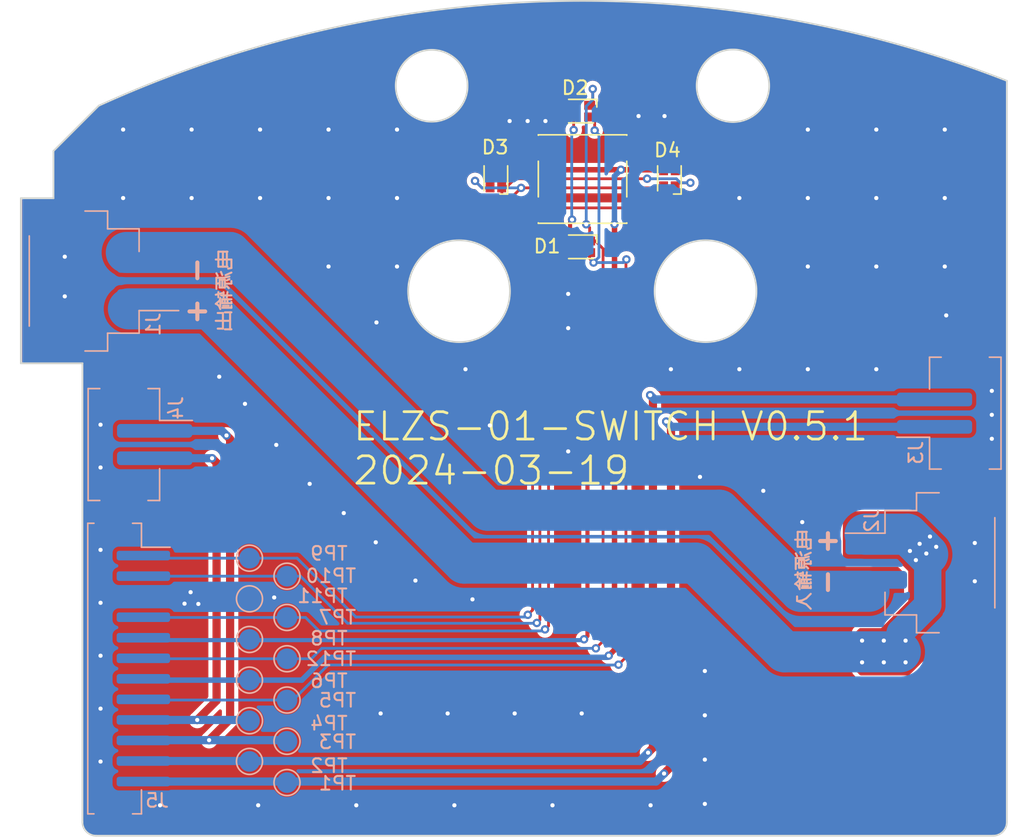
<source format=kicad_pcb>
(kicad_pcb (version 20240108) (generator "pcbnew") (generator_version "8.0")
  (title_block (title "ELZS-01-Switch") (date "2024-03-19") (rev "V0.5.1") (company "Ovobot") (comment 1 "ELZS-01 Switch副板，V0.3，72x61x1.6mm ，FR4，2层，绿油白字，无铅喷锡"))
  (layers (0 "F.Cu" signal) (31 "B.Cu" signal) (34 "B.Paste" user) (35 "F.Paste" user) (36 "B.SilkS" user "B.Silkscreen") (37 "F.SilkS" user "F.Silkscreen") (38 "B.Mask" user) (39 "F.Mask" user) (44 "Edge.Cuts" user))
  (net 0 "")
  (net 1 "+3V3")
  (net 2 "/SPRAY_BACK_P")
  (net 3 "GND")
  (net 4 "/START")
  (net 5 "/SPRAY_BACK_N")
  (net 6 "/SPRAY_FRONT_P")
  (net 7 "/SPRAY_FRONT_N")
  (net 8 "/LED_RED")
  (net 9 "VPP")
  (net 10 "/LED_BLUE")
  (net 11 "Net-(J1-Pin_1)")
  (net 12 "Net-(J1-Pin_2)")
  (net 13 "/CHG_ON_LED")
  (net 14 "/CHG_DONE_LED")
  (footprint "Ovo_LED_SMD:LED_Dual_1.6x1.5mm" (layer "F.Cu") (at 155.942 61.153)
    (property "Reference" "D2" (at -0.435 -1.706 0) (layer "F.SilkS"))
    (property "Value" "LED_Dual_Red_Blue_AKAK")
    (fp_line (start -0.91 -0.86) (end 1.15 -0.86) (stroke (width 0.12)) (layer "F.SilkS"))
    (fp_line (start -0.91 0.86) (end 0.91 0.86) (stroke (width 0.12)) (layer "F.SilkS"))
    (fp_line (start 1.15 -0.86) (end 1.15 -0.3) (stroke (width 0.12)) (layer "F.SilkS"))
    (pad "1" smd rect (at -0.625 0.425) (size 0.8 0.65) (layers "F.Cu" "F.Paste" "F.Mask") (net 1 "+3V3"))
    (pad "2" smd rect (at 0.625 0.425) (size 0.8 0.65) (layers "F.Cu" "F.Paste" "F.Mask") (net 8 "/LED_RED"))
    (pad "3" smd rect (at -0.625 -0.425) (size 0.8 0.65) (layers "F.Cu" "F.Paste" "F.Mask") (net 1 "+3V3"))
    (pad "4" smd rect (at 0.625 -0.425) (size 0.8 0.65) (layers "F.Cu" "F.Paste" "F.Mask") (net 10 "/LED_BLUE"))
  )
  (footprint "Ovo_LED_SMD:LED_Dual_1.6x1.5mm" (layer "F.Cu") (at 162.391 66.058 -90)
    (property "Reference" "D4" (at -2.056 0.144 0) (layer "F.SilkS"))
    (property "Value" "LED_Dual_Orange_Green_AKAK")
    (fp_line (start -0.91 0.86) (end 0.91 0.86) (stroke (width 0.12)) (layer "F.SilkS"))
    (fp_line (start -0.91 -0.86) (end 1.15 -0.86) (stroke (width 0.12)) (layer "F.SilkS"))
    (fp_line (start 1.15 -0.86) (end 1.15 -0.3) (stroke (width 0.12)) (layer "F.SilkS"))
    (pad "1" smd rect (at -0.625 0.425 270) (size 0.8 0.65) (layers "F.Cu" "F.Paste" "F.Mask") (net 9 "VPP"))
    (pad "2" smd rect (at 0.625 0.425 270) (size 0.8 0.65) (layers "F.Cu" "F.Paste" "F.Mask") (net 13 "/CHG_ON_LED"))
    (pad "3" smd rect (at -0.625 -0.425 270) (size 0.8 0.65) (layers "F.Cu" "F.Paste" "F.Mask") (net 9 "VPP"))
    (pad "4" smd rect (at 0.625 -0.425 270) (size 0.8 0.65) (layers "F.Cu" "F.Paste" "F.Mask") (net 14 "/CHG_DONE_LED"))
  )
  (footprint "Ovo_LED_SMD:LED_Dual_1.6x1.5mm" (layer "F.Cu") (at 149.719 66.058 -90)
    (property "Reference" "D3" (at -2.267 0.056 0) (layer "F.SilkS"))
    (property "Value" "LED_Dual_Orange_Green_AKAK")
    (fp_line (start -0.91 0.86) (end 0.91 0.86) (stroke (width 0.12)) (layer "F.SilkS"))
    (fp_line (start -0.91 -0.86) (end 1.15 -0.86) (stroke (width 0.12)) (layer "F.SilkS"))
    (fp_line (start 1.15 -0.86) (end 1.15 -0.3) (stroke (width 0.12)) (layer "F.SilkS"))
    (pad "1" smd rect (at -0.625 0.425 270) (size 0.8 0.65) (layers "F.Cu" "F.Paste" "F.Mask") (net 9 "VPP"))
    (pad "2" smd rect (at 0.625 0.425 270) (size 0.8 0.65) (layers "F.Cu" "F.Paste" "F.Mask") (net 13 "/CHG_ON_LED"))
    (pad "3" smd rect (at -0.625 -0.425 270) (size 0.8 0.65) (layers "F.Cu" "F.Paste" "F.Mask") (net 9 "VPP"))
    (pad "4" smd rect (at 0.625 -0.425 270) (size 0.8 0.65) (layers "F.Cu" "F.Paste" "F.Mask") (net 14 "/CHG_DONE_LED"))
  )
  (footprint "Ovo_LED_SMD:LED_Dual_1.6x1.5mm" (layer "F.Cu") (at 155.942 71.061)
    (property "Reference" "D1" (at -2.485 -0.042 0) (layer "F.SilkS"))
    (property "Value" "LED_Dual_Red_Blue_AKAK")
    (fp_line (start -0.91 -0.86) (end 1.15 -0.86) (stroke (width 0.12)) (layer "F.SilkS"))
    (fp_line (start -0.91 0.86) (end 0.91 0.86) (stroke (width 0.12)) (layer "F.SilkS"))
    (fp_line (start 1.15 -0.86) (end 1.15 -0.3) (stroke (width 0.12)) (layer "F.SilkS"))
    (pad "1" smd rect (at -0.625 0.425) (size 0.8 0.65) (layers "F.Cu" "F.Paste" "F.Mask") (net 1 "+3V3"))
    (pad "2" smd rect (at 0.625 0.425) (size 0.8 0.65) (layers "F.Cu" "F.Paste" "F.Mask") (net 8 "/LED_RED"))
    (pad "3" smd rect (at -0.625 -0.425) (size 0.8 0.65) (layers "F.Cu" "F.Paste" "F.Mask") (net 1 "+3V3"))
    (pad "4" smd rect (at 0.625 -0.425) (size 0.8 0.65) (layers "F.Cu" "F.Paste" "F.Mask") (net 10 "/LED_BLUE"))
  )
  (footprint "Ovo_Button_Switch_SMD:SW_Push_1P1T_NO_6x6mm_H5.0mm" (layer "F.Cu") (at 156.049 66.112)
    (property "Reference" "SW1" (hide yes))
    (property "Value" "6x6x5mm")
    (fp_line (start -3.23 -3.23) (end 3.23 -3.23) (stroke (width 0.12)) (layer "F.SilkS"))
    (fp_line (start -3.23 -3.2) (end -3.23 -3.23) (stroke (width 0.12)) (layer "F.SilkS"))
    (fp_line (start -3.23 -1.3) (end -3.23 1.3) (stroke (width 0.12)) (layer "F.SilkS"))
    (fp_line (start -3.23 3.23) (end -3.23 3.2) (stroke (width 0.12)) (layer "F.SilkS"))
    (fp_line (start -3.23 3.23) (end 3.23 3.23) (stroke (width 0.12)) (layer "F.SilkS"))
    (fp_line (start 3.23 -3.23) (end 3.23 -3.2) (stroke (width 0.12)) (layer "F.SilkS"))
    (fp_line (start 3.23 -1.3) (end 3.23 1.3) (stroke (width 0.12)) (layer "F.SilkS"))
    (fp_line (start 3.23 3.23) (end 3.23 3.2) (stroke (width 0.12)) (layer "F.SilkS"))
    (pad "1" smd rect (at -3.975 -2.25) (size 1.55 1.3) (layers "F.Cu" "F.Paste" "F.Mask") (net 3 "GND"))
    (pad "1" smd rect (at 3.975 -2.25) (size 1.55 1.3) (layers "F.Cu" "F.Paste" "F.Mask") (net 3 "GND"))
    (pad "2" smd rect (at -3.975 2.25) (size 1.55 1.3) (layers "F.Cu" "F.Paste" "F.Mask") (net 4 "/START"))
    (pad "2" smd rect (at 3.975 2.25) (size 1.55 1.3) (layers "F.Cu" "F.Paste" "F.Mask") (net 4 "/START"))
  )
  (footprint "TestPoint:TestPoint_Pad_D1.5mm" (layer "B.Cu") (at 131.7266 105.6708 -90)
    (property "Reference" "TP4" (at 0.1884 -5.803191 180) (layer "B.SilkS") (effects (justify mirror)))
    (property "Value" "SPRAY_BACK_N")
    (fp_circle (center 0 0) (end 0 -0.95) (stroke (width 0.12)) (fill none) (layer "B.SilkS"))
    (pad "1" smd circle (at 0 0 270) (size 1.5 1.5) (layers "B.Cu" "B.Mask") (net 5 "/SPRAY_BACK_N"))
  )
  (footprint "Ovo_Connector_JST:JST_ZH_B12B-ZR-SM4-TF_1x12-1MP_P1.50mm_Vertical" (layer "B.Cu") (at 123.278 101.859 -90)
    (property "Reference" "J5" (at 9.635 -1.704 180) (layer "B.SilkS") (effects (justify mirror)))
    (property "Value" "ZH1.5MM/12AWSMT")
    (fp_line (start -10.61 3.36) (end 10.61 3.36) (stroke (width 0.12)) (layer "B.SilkS"))
    (fp_line (start 10.61 3.36) (end 10.61 2.91) (stroke (width 0.12)) (layer "B.SilkS"))
    (fp_line (start -10.61 2.91) (end -10.61 3.36) (stroke (width 0.12)) (layer "B.SilkS"))
    (fp_line (start -10.61 0.09) (end -10.61 -0.56) (stroke (width 0.12)) (layer "B.SilkS"))
    (fp_line (start 10.61 0.09) (end 10.61 -0.56) (stroke (width 0.12)) (layer "B.SilkS"))
    (fp_line (start -10.61 -0.56) (end -8.86 -0.56) (stroke (width 0.12)) (layer "B.SilkS"))
    (fp_line (start -8.86 -0.56) (end -8.86 -2.65) (stroke (width 0.12)) (layer "B.SilkS"))
    (fp_line (start 10.61 -0.56) (end 8.86 -0.56) (stroke (width 0.12)) (layer "B.SilkS"))
    (pad "1" smd roundrect (at -8.25 -0.7 270) (size 0.7 3.9) (layers "B.Cu" "B.Paste" "B.Mask") (net 14 "/CHG_DONE_LED"))
    (pad "2" smd roundrect (at -6.75 -0.7 270) (size 0.7 3.9) (layers "B.Cu" "B.Paste" "B.Mask") (net 13 "/CHG_ON_LED"))
    (pad "3" smd roundrect (at -5.25 -0.7 270) (size 0.7 3.9) (layers "B.Cu" "B.Paste" "B.Mask") (net 3 "GND"))
    (pad "4" smd roundrect (at -3.75 -0.7 270) (size 0.7 3.9) (layers "B.Cu" "B.Paste" "B.Mask") (net 4 "/START"))
    (pad "5" smd roundrect (at -2.25 -0.7 270) (size 0.7 3.9) (layers "B.Cu" "B.Paste" "B.Mask") (net 1 "+3V3"))
    (pad "6" smd roundrect (at -0.75 -0.7 270) (size 0.7 3.9) (layers "B.Cu" "B.Paste" "B.Mask") (net 10 "/LED_BLUE"))
    (pad "7" smd roundrect (at 0.75 -0.7 270) (size 0.7 3.9) (layers "B.Cu" "B.Paste" "B.Mask") (net 9 "VPP"))
    (pad "8" smd roundrect (at 2.25 -0.7 270) (size 0.7 3.9) (layers "B.Cu" "B.Paste" "B.Mask") (net 8 "/LED_RED"))
    (pad "9" smd roundrect (at 3.75 -0.7 270) (size 0.7 3.9) (layers "B.Cu" "B.Paste" "B.Mask") (net 5 "/SPRAY_BACK_N"))
    (pad "10" smd roundrect (at 5.25 -0.7 270) (size 0.7 3.9) (layers "B.Cu" "B.Paste" "B.Mask") (net 2 "/SPRAY_BACK_P"))
    (pad "11" smd roundrect (at 6.75 -0.7 270) (size 0.7 3.9) (layers "B.Cu" "B.Paste" "B.Mask") (net 7 "/SPRAY_FRONT_N"))
    (pad "12" smd roundrect (at 8.25 -0.7 270) (size 0.7 3.9) (layers "B.Cu" "B.Paste" "B.Mask") (net 6 "/SPRAY_FRONT_P"))
    (pad "MP" smd roundrect (at -10.3 1.5 270) (size 1.5 2.3) (layers "B.Cu" "B.Paste" "B.Mask") (roundrect_rratio 0.1666673333) (net 3 "GND"))
    (pad "MP" smd roundrect (at 10.3 1.5 270) (size 1.5 2.3) (layers "B.Cu" "B.Paste" "B.Mask") (roundrect_rratio 0.1666673333) (net 3 "GND"))
  )
  (footprint "TestPoint:TestPoint_Pad_D1.5mm" (layer "B.Cu") (at 131.7266 93.7972 -90)
    (property "Reference" "TP9" (at -0.342 -5.803191 180) (layer "B.SilkS") (effects (justify mirror)))
    (property "Value" "CHG_DONE_LED")
    (fp_circle (center 0 0) (end 0 -0.95) (stroke (width 0.12)) (fill none) (layer "B.SilkS"))
    (pad "1" smd circle (at 0 0 270) (size 1.5 1.5) (layers "B.Cu" "B.Mask") (net 14 "/CHG_DONE_LED"))
  )
  (footprint "TestPoint:TestPoint_Pad_D1.5mm" (layer "B.Cu") (at 134.4676 107.171 -90)
    (property "Reference" "TP3" (at 0.043 -3.680191 180) (layer "B.SilkS") (effects (justify mirror)))
    (property "Value" "SPRAY_BACK_P")
    (fp_circle (center 0 0) (end 0 -0.95) (stroke (width 0.12)) (fill none) (layer "B.SilkS"))
    (pad "1" smd circle (at 0 0 270) (size 1.5 1.5) (layers "B.Cu" "B.Mask") (net 2 "/SPRAY_BACK_P"))
  )
  (footprint "TestPoint:TestPoint_Pad_D1.5mm" (layer "B.Cu") (at 131.7266 99.734 -90)
    (property "Reference" "TP8" (at -0.0768 -5.803191 180) (layer "B.SilkS") (effects (justify mirror)))
    (property "Value" "3V3")
    (fp_circle (center 0 0) (end 0 -0.95) (stroke (width 0.12)) (fill none) (layer "B.SilkS"))
    (pad "1" smd circle (at 0 0 270) (size 1.5 1.5) (layers "B.Cu" "B.Mask") (net 1 "+3V3"))
  )
  (footprint "Ovo_Connector_JST:JST_XHB_S2B-XHB-SM4-TB_1x02-1MP_P2.50mm_Horizontal" (layer "B.Cu") (at 121.0564 73.5584 90)
    (property "Reference" "J1" (at -3.1676 3.6526 -90) (layer "B.SilkS") (effects (justify mirror)))
    (property "Value" "XHB2.54MM/2AWSMT")
    (fp_line (start -3.29 -5.41) (end 3.29 -5.41) (stroke (width 0.12)) (layer "B.SilkS"))
    (fp_line (start 5.11 -1.34) (end 5.11 0.31) (stroke (width 0.12)) (layer "B.SilkS"))
    (fp_line (start -5.11 -1.34) (end -5.11 0.31) (stroke (width 0.12)) (layer "B.SilkS"))
    (fp_line (start 5.11 0.31) (end 3.81 0.31) (stroke (width 0.12)) (layer "B.SilkS"))
    (fp_line (start 3.81 0.31) (end 3.81 2.61) (stroke (width 0.12)) (layer "B.SilkS"))
    (fp_line (start -3.81 0.31) (end -3.81 2.61) (stroke (width 0.12)) (layer "B.SilkS"))
    (fp_line (start -5.11 0.31) (end -3.81 0.31) (stroke (width 0.12)) (layer "B.SilkS"))
    (fp_line (start 3.81 2.61) (end 2.16 2.61) (stroke (width 0.12)) (layer "B.SilkS"))
    (fp_line (start -2.16 2.61) (end -2.16 5.5) (stroke (width 0.12)) (layer "B.SilkS"))
    (fp_line (start -3.81 2.61) (end -2.16 2.61) (stroke (width 0.12)) (layer "B.SilkS"))
    (pad "1" smd roundrect (at -1.25 3.25 90) (size 1.3 4.5) (layers "B.Cu" "B.Paste" "B.Mask") (roundrect_rratio 0.192308) (net 11 "Net-(J1-Pin_1)"))
    (pad "2" smd roundrect (at 1.25 3.25 90) (size 1.3 4.5) (layers "B.Cu" "B.Paste" "B.Mask") (roundrect_rratio 0.192308) (net 12 "Net-(J1-Pin_2)"))
    (pad "MP" smd roundrect (at -4.45 -3.55 90) (size 1.8 3.9) (layers "B.Cu" "B.Paste" "B.Mask") (roundrect_rratio 0.138889) (net 3 "GND"))
    (pad "MP" smd roundrect (at 4.45 -3.55 90) (size 1.8 3.9) (layers "B.Cu" "B.Paste" "B.Mask") (roundrect_rratio 0.138889) (net 3 "GND"))
  )
  (footprint "TestPoint:TestPoint_Pad_D1.5mm" (layer "B.Cu") (at 131.7266 102.7024 -90)
    (property "Reference" "TP6" (at 0.0558 -5.803191 180) (layer "B.SilkS") (effects (justify mirror)))
    (property "Value" "VPP")
    (fp_circle (center 0 0) (end 0 -0.95) (stroke (width 0.12)) (fill none) (layer "B.SilkS"))
    (pad "1" smd circle (at 0 0 270) (size 1.5 1.5) (layers "B.Cu" "B.Mask") (net 9 "VPP"))
  )
  (footprint "Ovo_Connector_JST:JST_PH_B2B-PH-SM4-TB_1x02-1MP_P2.00mm_Vertical" (layer "B.Cu") (at 124.304 85.5 -90)
    (property "Reference" "J4" (at -2.669 -2.054 90) (layer "B.SilkS") (effects (justify mirror)))
    (property "Value" "PH2.0MM/2ASMT")
    (fp_line (start -4.085 4.36) (end 4.085 4.36) (stroke (width 0.12)) (layer "B.SilkS"))
    (fp_line (start 4.085 4.36) (end 4.085 3.51) (stroke (width 0.12)) (layer "B.SilkS"))
    (fp_line (start -4.085 3.51) (end -4.085 4.36) (stroke (width 0.12)) (layer "B.SilkS"))
    (fp_line (start -4.085 -0.01) (end -4.085 -0.86) (stroke (width 0.12)) (layer "B.SilkS"))
    (fp_line (start 4.085 -0.01) (end 4.085 -0.86) (stroke (width 0.12)) (layer "B.SilkS"))
    (fp_line (start -4.085 -0.86) (end -1.76 -0.86) (stroke (width 0.12)) (layer "B.SilkS"))
    (fp_line (start -1.76 -0.86) (end -1.76 -3.25) (stroke (width 0.12)) (layer "B.SilkS"))
    (fp_line (start 4.085 -0.86) (end 1.76 -0.86) (stroke (width 0.12)) (layer "B.SilkS"))
    (pad "1" smd roundrect (at -1 -0.5 270) (size 1 5.5) (layers "B.Cu" "B.Paste" "B.Mask") (net 2 "/SPRAY_BACK_P"))
    (pad "2" smd roundrect (at 1 -0.5 270) (size 1 5.5) (layers "B.Cu" "B.Paste" "B.Mask") (net 5 "/SPRAY_BACK_N"))
    (pad "MP" smd roundrect (at -3.4 1.75 270) (size 1.6 3) (layers "B.Cu" "B.Paste" "B.Mask") (roundrect_rratio 0.15625) (net 3 "GND"))
    (pad "MP" smd roundrect (at 3.4 1.75 270) (size 1.6 3) (layers "B.Cu" "B.Paste" "B.Mask") (roundrect_rratio 0.15625) (net 3 "GND"))
  )
  (footprint "Ovo_Connector_JST:JST_XHB_S2B-XHB-SM4-TB_1x02-1MP_P2.50mm_Horizontal" (layer "B.Cu") (at 180.7464 94.1324 -90)
    (property "Reference" "J2" (at -3.0614 3.5844 90) (layer "B.SilkS") (effects (justify mirror)))
    (property "Value" "XHB2.54MM/2AWSMT")
    (fp_line (start -3.81 2.61) (end -2.16 2.61) (stroke (width 0.12)) (layer "B.SilkS"))
    (fp_line (start -2.16 2.61) (end -2.16 5.5) (stroke (width 0.12)) (layer "B.SilkS"))
    (fp_line (start 3.81 2.61) (end 2.16 2.61) (stroke (width 0.12)) (layer "B.SilkS"))
    (fp_line (start -5.11 0.31) (end -3.81 0.31) (stroke (width 0.12)) (layer "B.SilkS"))
    (fp_line (start -3.81 0.31) (end -3.81 2.61) (stroke (width 0.12)) (layer "B.SilkS"))
    (fp_line (start 3.81 0.31) (end 3.81 2.61) (stroke (width 0.12)) (layer "B.SilkS"))
    (fp_line (start 5.11 0.31) (end 3.81 0.31) (stroke (width 0.12)) (layer "B.SilkS"))
    (fp_line (start -5.11 -1.34) (end -5.11 0.31) (stroke (width 0.12)) (layer "B.SilkS"))
    (fp_line (start 5.11 -1.34) (end 5.11 0.31) (stroke (width 0.12)) (layer "B.SilkS"))
    (fp_line (start -3.29 -5.41) (end 3.29 -5.41) (stroke (width 0.12)) (layer "B.SilkS"))
    (pad "1" smd roundrect (at -1.25 3.25 270) (size 1.3 4.5) (layers "B.Cu" "B.Paste" "B.Mask") (roundrect_rratio 0.192308) (net 11 "Net-(J1-Pin_1)"))
    (pad "2" smd roundrect (at 1.25 3.25 270) (size 1.3 4.5) (layers "B.Cu" "B.Paste" "B.Mask") (roundrect_rratio 0.192308) (net 12 "Net-(J1-Pin_2)"))
    (pad "MP" smd roundrect (at -4.45 -3.55 270) (size 1.8 3.9) (layers "B.Cu" "B.Paste" "B.Mask") (roundrect_rratio 0.138889) (net 3 "GND"))
    (pad "MP" smd roundrect (at 4.45 -3.55 270) (size 1.8 3.9) (layers "B.Cu" "B.Paste" "B.Mask") (roundrect_rratio 0.138889) (net 3 "GND"))
  )
  (footprint "TestPoint:TestPoint_Pad_D1.5mm" (layer "B.Cu") (at 131.7266 96.7656 -90)
    (property "Reference" "TP11" (at -0.2094 -5.327 180) (layer "B.SilkS") (effects (justify mirror)))
    (property "Value" "GND")
    (fp_circle (center 0 0) (end 0 -0.95) (stroke (width 0.12)) (fill none) (layer "B.SilkS"))
    (pad "1" smd circle (at 0 0 270) (size 1.5 1.5) (layers "B.Cu" "B.Mask") (net 3 "GND"))
  )
  (footprint "TestPoint:TestPoint_Pad_D1.5mm" (layer "B.Cu") (at 134.4676 95.1142 -90)
    (property "Reference" "TP10" (at -0.025 -3.204 180) (layer "B.SilkS") (effects (justify mirror)))
    (property "Value" "CHG_ON_LED")
    (fp_circle (center 0 0) (end 0 -0.95) (stroke (width 0.12)) (fill none) (layer "B.SilkS"))
    (pad "1" smd circle (at 0 0 270) (size 1.5 1.5) (layers "B.Cu" "B.Mask") (net 13 "/CHG_ON_LED"))
  )
  (footprint "TestPoint:TestPoint_Pad_D1.5mm" (layer "B.Cu") (at 131.7266 108.6392 -90)
    (property "Reference" "TP2" (at 0.321 -5.803191 180) (layer "B.SilkS") (effects (justify mirror)))
    (property "Value" "SPRAY_FRONT_N")
    (fp_circle (center 0 0) (end 0 -0.95) (stroke (width 0.12)) (fill none) (layer "B.SilkS"))
    (pad "1" smd circle (at 0 0 270) (size 1.5 1.5) (layers "B.Cu" "B.Mask") (net 7 "/SPRAY_FRONT_N"))
  )
  (footprint "TestPoint:TestPoint_Pad_D1.5mm" (layer "B.Cu") (at 134.4676 101.1426 -90)
    (property "Reference" "TP12" (at 0.009 -3.204 180) (layer "B.SilkS") (effects (justify mirror)))
    (property "Value" "LED_BLUE")
    (fp_circle (center 0 0) (end 0 -0.95) (stroke (width 0.12)) (fill none) (layer "B.SilkS"))
    (pad "1" smd circle (at 0 0 270) (size 1.5 1.5) (layers "B.Cu" "B.Mask") (net 10 "/LED_BLUE"))
  )
  (footprint "Ovo_Connector_JST:JST_PH_B2B-PH-SM4-TB_1x02-1MP_P2.00mm_Vertical" (layer "B.Cu") (at 182.2476 83.2068 90)
    (property "Reference" "J3" (at -2.892 -1.851 90) (layer "B.SilkS") (effects (justify mirror)))
    (property "Value" "PH2.0MM/2ASMT")
    (fp_line (start 4.085 -0.86) (end 1.76 -0.86) (stroke (width 0.12)) (layer "B.SilkS"))
    (fp_line (start -1.76 -0.86) (end -1.76 -3.25) (stroke (width 0.12)) (layer "B.SilkS"))
    (fp_line (start -4.085 -0.86) (end -1.76 -0.86) (stroke (width 0.12)) (layer "B.SilkS"))
    (fp_line (start 4.085 -0.01) (end 4.085 -0.86) (stroke (width 0.12)) (layer "B.SilkS"))
    (fp_line (start -4.085 -0.01) (end -4.085 -0.86) (stroke (width 0.12)) (layer "B.SilkS"))
    (fp_line (start -4.085 3.51) (end -4.085 4.36) (stroke (width 0.12)) (layer "B.SilkS"))
    (fp_line (start 4.085 4.36) (end 4.085 3.51) (stroke (width 0.12)) (layer "B.SilkS"))
    (fp_line (start -4.085 4.36) (end 4.085 4.36) (stroke (width 0.12)) (layer "B.SilkS"))
    (pad "1" smd roundrect (at -1 -0.5 90) (size 1 5.5) (layers "B.Cu" "B.Paste" "B.Mask") (net 6 "/SPRAY_FRONT_P"))
    (pad "2" smd roundrect (at 1 -0.5 90) (size 1 5.5) (layers "B.Cu" "B.Paste" "B.Mask") (net 7 "/SPRAY_FRONT_N"))
    (pad "MP" smd roundrect (at -3.4 1.75 90) (size 1.6 3) (layers "B.Cu" "B.Paste" "B.Mask") (roundrect_rratio 0.15625) (net 3 "GND"))
    (pad "MP" smd roundrect (at 3.4 1.75 90) (size 1.6 3) (layers "B.Cu" "B.Paste" "B.Mask") (roundrect_rratio 0.15625) (net 3 "GND"))
  )
  (footprint "TestPoint:TestPoint_Pad_D1.5mm" (layer "B.Cu") (at 134.4676 98.1284 -90)
    (property "Reference" "TP7" (at -0.008 -3.680191 180) (layer "B.SilkS") (effects (justify mirror)))
    (property "Value" "START")
    (fp_circle (center 0 0) (end 0 -0.95) (stroke (width 0.12)) (fill none) (layer "B.SilkS"))
    (pad "1" smd circle (at 0 0 270) (size 1.5 1.5) (layers "B.Cu" "B.Mask") (net 4 "/START"))
  )
  (footprint "TestPoint:TestPoint_Pad_D1.5mm" (layer "B.Cu") (at 134.4676 110.1852 -90)
    (property "Reference" "TP1" (at 0.06 -3.680191 180) (layer "B.SilkS") (effects (justify mirror)))
    (property "Value" "SPRAY_FRONT_P")
    (fp_circle (center 0 0) (end 0 -0.95) (stroke (width 0.12)) (fill none) (layer "B.SilkS"))
    (pad "1" smd circle (at 0 0 270) (size 1.5 1.5) (layers "B.Cu" "B.Mask") (net 6 "/SPRAY_FRONT_P"))
  )
  (footprint "TestPoint:TestPoint_Pad_D1.5mm" (layer "B.Cu") (at 134.4676 104.1568 -90)
    (property "Reference" "TP5" (at 0.026 -3.680191 180) (layer "B.SilkS") (effects (justify mirror)))
    (property "Value" "LED_RED")
    (fp_circle (center 0 0) (end 0 -0.95) (stroke (width 0.12)) (fill none) (layer "B.SilkS"))
    (pad "1" smd circle (at 0 0 270) (size 1.5 1.5) (layers "B.Cu" "B.Mask") (net 8 "/LED_RED"))
  )
  (gr_circle (center 167.031005 59.299823) (end 169.681005 59.299823) (stroke (width 0.13)) (fill none) (layer "Edge.Cuts"))
  (gr_arc (start 120.722408 60.758899) (mid 153.692411 53.134187) (end 187.031 58.939) (stroke (width 0.13)) (layer "Edge.Cuts"))
  (gr_line (start 187.031 113.064779) (end 187.031 58.939) (stroke (width 0.13)) (layer "Edge.Cuts"))
  (gr_line (start 115.031 67.5132) (end 117.416529 67.5132) (stroke (width 0.13)) (layer "Edge.Cuts"))
  (gr_line (start 115.031 79.564779) (end 115.031 67.5132) (stroke (width 0.13)) (layer "Edge.Cuts"))
  (gr_line (start 119.531 113.064779) (end 119.531 79.564779) (stroke (width 0.13)) (layer "Edge.Cuts"))
  (gr_arc (start 120.531 114.064779) (mid 119.82393 113.771855) (end 119.531 113.064779) (stroke (width 0.13)) (layer "Edge.Cuts"))
  (gr_line (start 117.416529 67.5132) (end 117.416529 64.064779) (stroke (width 0.13)) (layer "Edge.Cuts"))
  (gr_line (start 119.531 79.564779) (end 115.031 79.564779) (stroke (width 0.13)) (layer "Edge.Cuts"))
  (gr_circle (center 165.031005 74.299823) (end 168.751005 74.299823) (stroke (width 0.13)) (fill none) (layer "Edge.Cuts"))
  (gr_arc (start 187.031 113.064779) (mid 186.738079 113.771835) (end 186.031 114.064779) (stroke (width 0.13)) (layer "Edge.Cuts"))
  (gr_line (start 120.531 114.064779) (end 186.031 114.064779) (stroke (width 0.13)) (layer "Edge.Cuts"))
  (gr_circle (center 147.031005 74.299823) (end 150.751005 74.299823) (stroke (width 0.13)) (fill none) (layer "Edge.Cuts"))
  (gr_line (start 120.722408 60.758899) (end 117.416529 64.064779) (stroke (width 0.13)) (layer "Edge.Cuts"))
  (gr_circle (center 145.031005 59.299823) (end 147.656005 59.299823) (stroke (width 0.13)) (fill none) (layer "Edge.Cuts"))
  (gr_text "- +" (at 174.74 96.672 90) (layer "B.SilkS") (effects (font (size 1.5 1.5) (thickness 0.3) (bold yes)) (justify left bottom)))
  (gr_text "- +" (at 127.149 71.652 270) (layer "B.SilkS") (effects (font (size 1.5 1.5) (thickness 0.3) (bold yes)) (justify left bottom)))
  (gr_text "电源输入\n" (at 172.844 91.682 90) (layer "B.SilkS") (effects (font (size 1 1)) (justify left bottom mirror)))
  (gr_text "电源输出\n" (at 130.536 71.223 90) (layer "B.SilkS") (effects (font (size 1 1)) (justify left bottom mirror)))
  (gr_text "ELZS-01-SWITCH ${REVISION}\n${ISSUE_DATE}" (at 139.163 85.794 0) (layer "F.SilkS") (effects (font (size 2 2) (thickness 0.2)) (justify left)))
  (segment (start 156.408 73.216) (end 155.138 71.946) (width 0.3) (layer "F.Cu") (net 1))
  (segment (start 155.4 62.528) (end 155.4 60.677) (width 0.2032) (layer "F.Cu") (net 1))
  (segment (start 156.1592 99.7204) (end 156.4132 99.4664) (width 0.2032) (layer "F.Cu") (net 1))
  (segment (start 155.138 71.946) (end 155.138 69.22) (width 0.3) (layer "F.Cu") (net 1))
  (segment (start 156.1592 99.7204) (end 156.408 99.4716) (width 0.3) (layer "F.Cu") (net 1))
  (segment (start 156.408 99.4716) (end 156.408 73.216) (width 0.3) (layer "F.Cu") (net 1))
  (segment (start 155.138 69.22) (end 155.282 69.076) (width 0.3) (layer "F.Cu") (net 1))
  (via (at 155.282 69.076) (size 0.6096) (drill 0.3048) (layers "F.Cu" "B.Cu") (net 1))
  (via (at 156.1592 99.7204) (size 0.6096) (drill 0.3048) (layers "F.Cu" "B.Cu") (net 1))
  (via (at 155.4 62.528) (size 0.6096) (drill 0.3048) (layers "F.Cu" "B.Cu") (net 1))
  (segment (start 156.1592 99.7204) (end 156.1456 99.734) (width 0.2032) (layer "B.Cu") (net 1))
  (segment (start 132.72 99.7829) (end 131.7755 99.7829) (width 0.3) (layer "B.Cu") (net 1))
  (segment (start 155.282 69.076) (end 155.259 69.053) (width 0.2032) (layer "B.Cu") (net 1))
  (segment (start 156.0967 99.7829) (end 132.72 99.7829) (width 0.3) (layer "B.Cu") (net 1))
  (segment (start 156.1456 99.734) (end 156.0967 99.7829) (width 0.3) (layer "B.Cu") (net 1))
  (segment (start 155.259 69.053) (end 155.259 62.669) (width 0.2032) (layer "B.Cu") (net 1))
  (segment (start 131.7755 99.7829) (end 131.7266 99.734) (width 0.3) (layer "B.Cu") (net 1))
  (segment (start 132.72 99.7829) (end 124.1519 99.7829) (width 0.3) (layer "B.Cu") (net 1))
  (segment (start 155.259 62.669) (end 155.4 62.528) (width 0.2032) (layer "B.Cu") (net 1))
  (segment (start 130.048 84.836) (end 130.312 85.1) (width 0.6) (layer "F.Cu") (net 2))
  (segment (start 130.312 85.1) (end 130.312 105.5524) (width 0.6) (layer "F.Cu") (net 2))
  (segment (start 130.312 105.5524) (end 128.778 107.0864) (width 0.6) (layer "F.Cu") (net 2))
  (via (at 130.048 84.836) (size 0.6096) (drill 0.3048) (layers "F.Cu" "B.Cu") (net 2))
  (via (at 128.778 107.0864) (size 0.6096) (drill 0.3048) (layers "F.Cu" "B.Cu") (net 2))
  (segment (start 129.712 84.5) (end 124.804 84.5) (width 0.6) (layer "B.Cu") (net 2))
  (segment (start 128.778 107.0864) (end 124.3618 107.0864) (width 0.6) (layer "B.Cu") (net 2))
  (segment (start 134.383 107.0864) (end 134.4676 107.171) (width 0.6) (layer "B.Cu") (net 2))
  (segment (start 130.048 84.836) (end 129.712 84.5) (width 0.6) (layer "B.Cu") (net 2))
  (segment (start 128.778 107.0864) (end 134.383 107.0864) (width 0.6) (layer "B.Cu") (net 2))
  (via (at 172.5 80) (size 0.6096) (drill 0.3048) (layers "F.Cu" "B.Cu") (net 3))
  (via (at 148.01 96.805) (size 0.6096) (drill 0.3048) (layers "F.Cu" "B.Cu") (net 3))
  (via (at 184.692 92.689) (size 0.6096) (drill 0.3048) (layers "F.Cu" "B.Cu") (net 3))
  (via (at 120.85 93.191) (size 0.6096) (drill 0.3048) (layers "F.Cu" "B.Cu") (net 3))
  (via (at 164.979 108.507332) (size 0.6096) (drill 0.3048) (layers "F.Cu" "B.Cu") (net 3))
  (via (at 167.5 67.5) (size 0.6096) (drill 0.3048) (layers "F.Cu" "B.Cu") (net 3))
  (via (at 120.85 100.921) (size 0.6096) (drill 0.3048) (layers "F.Cu" "B.Cu") (net 3))
  (via (at 127.427 96.282) (size 0.6096) (drill 0.3048) (layers "F.Cu" "B.Cu") (net 3))
  (via (at 172.5 62.5) (size 0.6096) (drill 0.3048) (layers "F.Cu" "B.Cu") (net 3))
  (via (at 127.5 62.5) (size 0.6096) (drill 0.3048) (layers "F.Cu" "B.Cu") (net 3))
  (via (at 133.531 96.668) (size 0.6096) (drill 0.3048) (layers "F.Cu" "B.Cu") (net 3))
  (via (at 136.122 88.371) (size 0.6096) (drill 0.3048) (layers "F.Cu" "B.Cu") (net 3))
  (via (at 182.606 76.069) (size 0.6096) (drill 0.3048) (layers "F.Cu" "B.Cu") (net 3))
  (via (at 152.039 61.877127) (size 0.6096) (drill 0.3048) (layers "F.Cu" "B.Cu") (net 3))
  (via (at 146.198333 105.137) (size 0.6096) (drill 0.3048) (layers "F.Cu" "B.Cu") (net 3))
  (via (at 120.85 108.651) (size 0.6096) (drill 0.3048) (layers "F.Cu" "B.Cu") (net 3))
  (via (at 172.5 67.5) (size 0.6096) (drill 0.3048) (layers "F.Cu" "B.Cu") (net 3))
  (via (at 149.28 84.103) (size 0.6096) (drill 0.3048) (layers "F.Cu" "B.Cu") (net 3))
  (via (at 140.999 76.584) (size 0.6096) (drill 0.3048) (layers "F.Cu" "B.Cu") (net 3))
  (via (at 177.5 62.5) (size 0.6096) (drill 0.3048) (layers "F.Cu" "B.Cu") (net 3))
  (via (at 184.692 95.484) (size 0.6096) (drill 0.3048) (layers "F.Cu" "B.Cu") (net 3))
  (via (at 164.979 105.272666) (size 0.6096) (drill 0.3048) (layers "F.Cu" "B.Cu") (net 3))
  (via (at 127.992 97.14) (size 0.6096) (drill 0.3048) (layers "F.Cu" "B.Cu") (net 3))
  (via (at 185.935 83.33) (size 0.6096) (drill 0.3048) (layers "F.Cu" "B.Cu") (net 3))
  (via (at 185.935 85.08) (size 0.6096) (drill 0.3048) (layers "F.Cu" "B.Cu") (net 3))
  (via (at 127.5 67.5) (size 0.6096) (drill 0.3048) (layers "F.Cu" "B.Cu") (net 3))
  (via (at 131.397 82.528) (size 0.6096) (drill 0.3048) (layers "F.Cu" "B.Cu") (net 3))
  (via (at 153.338 61.877127) (size 0.6096) (drill 0.3048) (layers "F.Cu" "B.Cu") (net 3))
  (via (at 132.5 67.5) (size 0.6096) (drill 0.3048) (layers "F.Cu" "B.Cu") (net 3))
  (via (at 164.979 111.742) (size 0.6096) (drill 0.3048) (layers "F.Cu" "B.Cu") (net 3))
  (via (at 182.5 67.5) (size 0.6096) (drill 0.3048) (layers "F.Cu" "B.Cu") (net 3))
  (via (at 139.5256 111.843) (size 0.6096) (drill 0.3048) (layers "F.Cu" "B.Cu") (net 3))
  (via (at 141.304 105.137) (size 0.6096) (drill 0.3048) (layers "F.Cu" "B.Cu") (net 3))
  (via (at 122.5 62.5) (size 0.6096) (drill 0.3048) (layers "F.Cu" "B.Cu") (net 3))
  (via (at 122.5 67.5) (size 0.6096) (drill 0.3048) (layers "F.Cu" "B.Cu") (net 3))
  (via (at 137.5 67.5) (size 0.6096) (drill 0.3048) (layers "F.Cu" "B.Cu") (net 3))
  (via (at 177.5 67.5) (size 0.6096) (drill 0.3048) (layers "F.Cu" "B.Cu") (net 3))
  (via (at 142.5 72.5) (size 0.6096) (drill 0.3048) (layers "F.Cu" "B.Cu") (net 3))
  (via (at 132.5 62.5) (size 0.6096) (drill 0.3048) (layers "F.Cu" "B.Cu") (net 3))
  (via (at 185.935 81.58) (size 0.6096) (drill 0.3048) (layers "F.Cu" "B.Cu") (net 3))
  (via (at 118.238 71.783) (size 0.6096) (drill 0.3048) (layers "F.Cu" "B.Cu") (net 3))
  (via (at 172.5 72.5) (size 0.6096) (drill 0.3048) (layers "F.Cu" "B.Cu") (net 3))
  (via (at 160.139 61.514) (size 0.6096) (drill 0.3048) (layers "F.Cu" "B.Cu") (net 3))
  (via (at 155 86) (size 0.6096) (drill 0.3048) (layers "F.Cu" "B.Cu") (net 3))
  (via (at 132.3618 111.843) (size 0.6096) (drill 0.3048) (layers "F.Cu" "B.Cu") (net 3))
  (via (at 120.85 104.786) (size 0.6096) (drill 0.3048) (layers "F.Cu" "B.Cu") (net 3))
  (via (at 133.683 85.526) (size 0.6096) (drill 0.3048) (layers "F.Cu" "B.Cu") (net 3))
  (via (at 162.035 61.514) (size 0.6096) (drill 0.3048) (layers "F.Cu" "B.Cu") (net 3))
  (via (at 138.611 90.505) (size 0.6096) (drill 0.3048) (layers "F.Cu" "B.Cu") (net 3))
  (via (at 147.5 80) (size 0.6096) (drill 0.3048) (layers "F.Cu" "B.Cu") (net 3))
  (via (at 126.983 97.12) (size 0.6096) (drill 0.3048) (layers "F.Cu" "B.Cu") (net 3))
  (via (at 120.85 87.177) (size 0.6096) (drill 0.3048) (layers "F.Cu" "B.Cu") (net 3))
  (via (at 169.247 88.879) (size 0.6096) (drill 0.3048) (layers "F.Cu" "B.Cu") (net 3))
  (via (at 142.5 67.5) (size 0.6096) (drill 0.3048) (layers "F.Cu" "B.Cu") (net 3))
  (via (at 150.723 61.877127) (size 0.6096) (drill 0.3048) (layers "F.Cu" "B.Cu") (net 3))
  (via (at 155 77) (size 0.6096) (drill 0.3048) (layers "F.Cu" "B.Cu") (net 3))
  (via (at 125.198 111.843) (size 0.6096) (drill 0.3048) (layers "F.Cu" "B.Cu") (net 3))
  (via (at 151.092666 105.137) (size 0.6096) (drill 0.3048) (layers "F.Cu" "B.Cu") (net 3))
  (via (at 118.238 74.679) (size 0.6096) (drill 0.3048) (layers "F.Cu" "B.Cu") (net 3))
  (via (at 120.85 84.052) (size 0.6096) (drill 0.3048) (layers "F.Cu" "B.Cu") (net 3))
  (via (at 137.5 62.5) (size 0.6096) (drill 0.3048) (layers "F.Cu" "B.Cu") (net 3))
  (via (at 172.092 91.165) (size 0.6096) (drill 0.3048) (layers "F.Cu" "B.Cu") (net 3))
  (via (at 177.5 72.5) (size 0.6096) (drill 0.3048) (layers "F.Cu" "B.Cu") (net 3))
  (via (at 182.5 62.5) (size 0.6096) (drill 0.3048) (layers "F.Cu" "B.Cu") (net 3))
  (via (at 120.85 97.056) (size 0.6096) (drill 0.3048) (layers "F.Cu" "B.Cu") (net 3))
  (via (at 142.5 62.5) (size 0.6096) (drill 0.3048) (layers "F.Cu" "B.Cu") (net 3))
  (via (at 155.987 105.137) (size 0.6096) (drill 0.3048) (layers "F.Cu" "B.Cu") (net 3))
  (via (at 155 74.5) (size 0.6096) (drill 0.3048) (layers "F.Cu" "B.Cu") (net 3))
  (via (at 167.5 80) (size 0.6096) (drill 0.3048) (layers "F.Cu" "B.Cu") (net 3))
  (via (at 129.517 80.547) (size 0.6096) (drill 0.3048) (layers "F.Cu" "B.Cu") (net 3))
  (via (at 146.6894 111.843) (size 0.6096) (drill 0.3048) (layers "F.Cu" "B.Cu") (net 3))
  (via (at 164.624 87.863) (size 0.6096) (drill 0.3048) (layers "F.Cu" "B.Cu") (net 3))
  (via (at 162.5 80) (size 0.6096) (drill 0.3048) (layers "F.Cu" "B.Cu") (net 3))
  (via (at 177.5 80) (size 0.6096) (drill 0.3048) (layers "F.Cu" "B.Cu") (net 3))
  (via (at 161.017 111.843) (size 0.6096) (drill 0.3048) (layers "F.Cu" "B.Cu") (net 3))
  (via (at 153.8532 111.843) (size 0.6096) (drill 0.3048) (layers "F.Cu" "B.Cu") (net 3))
  (via (at 137.5 72.5) (size 0.6096) (drill 0.3048) (layers "F.Cu" "B.Cu") (net 3))
  (via (at 164.979 102.038) (size 0.6096) (drill 0.3048) (layers "F.Cu" "B.Cu") (net 3))
  (via (at 143.844 95.433) (size 0.6096) (drill 0.3048) (layers "F.Cu" "B.Cu") (net 3))
  (via (at 182.5 72.5) (size 0.6096) (drill 0.3048) (layers "F.Cu" "B.Cu") (net 3))
  (via (at 140.948 92.639) (size 0.6096) (drill 0.3048) (layers "F.Cu" "B.Cu") (net 3))
  (segment (start 152.074 69.602) (end 152.074 68.362) (width 0.2032) (layer "F.Cu") (net 4))
  (segment (start 153.565 71.093) (end 152.074 69.602) (width 0.2032) (layer "F.Cu") (net 4))
  (segment (start 153.307709 99.000038) (end 153.565 98.742747) (width 0.2032) (layer "F.Cu") (net 4))
  (segment (start 153.565 98.742747) (end 153.565 71.093) (width 0.2032) (layer "F.Cu") (net 4))
  (segment (start 152.218 68.218) (end 159.88 68.218) (width 0.2032) (layer "F.Cu") (net 4))
  (via (at 153.307709 99.000038) (size 0.6096) (drill 0.3048) (layers "F.Cu" "B.Cu") (net 4))
  (segment (start 135.822 98.1284) (end 134.4676 98.1284) (width 0.2032) (layer "B.Cu") (net 4))
  (segment (start 153.196947 99.1108) (end 136.8044 99.1108) (width 0.2032) (layer "B.Cu") (net 4))
  (segment (start 153.307709 99.000038) (end 153.196947 99.1108) (width 0.2032) (layer "B.Cu") (net 4))
  (segment (start 136.8044 99.1108) (end 135.822 98.1284) (width 0.2032) (layer "B.Cu") (net 4))
  (segment (start 134.4676 98.1284) (end 123.9974 98.1284) (width 0.2032) (layer "B.Cu") (net 4))
  (segment (start 129.325 104.1984) (end 127.9102 105.6132) (width 0.6) (layer "F.Cu") (net 5))
  (segment (start 129.325 86.83) (end 129.325 104.1984) (width 0.6) (layer "F.Cu") (net 5))
  (segment (start 128.995 86.5) (end 129.325 86.83) (width 0.6) (layer "F.Cu") (net 5))
  (via (at 128.995 86.5) (size 0.6096) (drill 0.3048) (layers "F.Cu" "B.Cu") (net 5))
  (via (at 127.9102 105.6132) (size 0.6096) (drill 0.3048) (layers "F.Cu" "B.Cu") (net 5))
  (segment (start 128.995 86.5) (end 124.804 86.5) (width 0.6) (layer "B.Cu") (net 5))
  (segment (start 131.669 105.6132) (end 131.7266 105.6708) (width 0.6) (layer "B.Cu") (net 5))
  (segment (start 128.0338 105.6132) (end 131.669 105.6132) (width 0.6) (layer "B.Cu") (net 5))
  (segment (start 123.9822 105.6132) (end 127.9102 105.6132) (width 0.6) (layer "B.Cu") (net 5))
  (segment (start 162.1536 83.82) (end 162.5092 84.1756) (width 0.6) (layer "F.Cu") (net 6))
  (segment (start 162.5092 109.0168) (end 162.0012 109.5248) (width 0.6) (layer "F.Cu") (net 6))
  (segment (start 162.5092 84.1756) (end 162.5092 109.0168) (width 0.6) (layer "F.Cu") (net 6))
  (via (at 162.0012 109.5248) (size 0.6096) (drill 0.3048) (layers "F.Cu" "B.Cu") (net 6))
  (via (at 162.1536 83.82) (size 0.6096) (drill 0.3048) (layers "F.Cu" "B.Cu") (net 6))
  (segment (start 161.417 110.109) (end 123.978 110.109) (width 0.6) (layer "B.Cu") (net 6))
  (segment (start 162.5404 84.2068) (end 181.7476 84.2068) (width 0.6) (layer "B.Cu") (net 6))
  (segment (start 162.1536 83.82) (end 162.5404 84.2068) (width 0.6) (layer "B.Cu") (net 6))
  (segment (start 162.0012 109.5248) (end 161.417 110.109) (width 0.6) (layer "B.Cu") (net 6))
  (segment (start 161.1884 107.6452) (end 160.8328 108.0008) (width 0.6) (layer "F.Cu") (net 7))
  (segment (start 161.1884 82.0928) (end 161.1884 107.6452) (width 0.6) (layer "F.Cu") (net 7))
  (segment (start 160.9852 81.8896) (end 161.1884 82.0928) (width 0.6) (layer "F.Cu") (net 7))
  (via (at 160.8328 108.0008) (size 0.6096) (drill 0.3048) (layers "F.Cu" "B.Cu") (net 7))
  (via (at 160.9852 81.8896) (size 0.6096) (drill 0.3048) (layers "F.Cu" "B.Cu") (net 7))
  (segment (start 160.9852 81.8896) (end 161.3024 82.2068) (width 0.6) (layer "B.Cu") (net 7))
  (segment (start 161.3024 82.2068) (end 181.7476 82.2068) (width 0.6) (layer "B.Cu") (net 7))
  (segment (start 160.8328 108.0008) (end 160.2246 108.609) (width 0.6) (layer "B.Cu") (net 7))
  (segment (start 160.2246 108.609) (end 123.978 108.609) (width 0.6) (layer "B.Cu") (net 7))
  (segment (start 159.218 101.0304) (end 158.6738 101.5746) (width 0.2032) (layer "F.Cu") (net 8))
  (segment (start 156.567 71.925) (end 156.852 72.21) (width 0.2032) (layer "F.Cu") (net 8))
  (segment (start 159.218 72.015) (end 159.218 101.0304) (width 0.2032) (layer "F.Cu") (net 8))
  (segment (start 156.567 71.486) (end 156.567 71.925) (width 0.2032) (layer "F.Cu") (net 8))
  (segment (start 156.934 61.945) (end 156.567 61.578) (width 0.2032) (layer "F.Cu") (net 8))
  (segment (start 156.934 62.564) (end 156.934 61.945) (width 0.2032) (layer "F.Cu") (net 8))
  (segment (start 159.252 71.981) (end 159.218 72.015) (width 0.2032) (layer "F.Cu") (net 8))
  (via (at 158.6738 101.5746) (size 0.6096) (drill 0.3048) (layers "F.Cu" "B.Cu") (net 8))
  (via (at 156.852 72.21) (size 0.6096) (drill 0.3048) (layers "F.Cu" "B.Cu") (net 8))
  (via (at 159.252 71.981) (size 0.6096) (drill 0.3048) (layers "F.Cu" "B.Cu") (net 8))
  (via (at 156.934 62.564) (size 0.6096) (drill 0.3048) (layers "F.Cu" "B.Cu") (net 8))
  (segment (start 137.4648 101.6) (end 134.908 104.1568) (width 0.2032) (layer "B.Cu") (net 8))
  (segment (start 157.247 62.877) (end 156.934 62.564) (width 0.2032) (layer "B.Cu") (net 8))
  (segment (start 158.6738 101.5746) (end 158.6484 101.6) (width 0.2032) (layer "B.Cu") (net 8))
  (segment (start 134.4676 104.1568) (end 124.0258 104.1568) (width 0.2032) (layer "B.Cu") (net 8))
  (segment (start 159.252 71.981) (end 159.023 72.21) (width 0.2032) (layer "B.Cu") (net 8))
  (segment (start 157.247 63.72) (end 157.247 62.877) (width 0.2032) (layer "B.Cu") (net 8))
  (segment (start 158.6484 101.6) (end 137.4648 101.6) (width 0.2032) (layer "B.Cu") (net 8))
  (segment (start 156.852 72.21) (end 157.247 71.815) (width 0.2032) (layer "B.Cu") (net 8))
  (segment (start 159.023 72.21) (end 156.852 72.21) (width 0.2032) (layer "B.Cu") (net 8))
  (segment (start 134.908 104.1568) (end 134.4676 104.1568) (width 0.2032) (layer "B.Cu") (net 8))
  (segment (start 157.247 71.815) (end 157.247 63.72) (width 0.2032) (layer "B.Cu") (net 8))
  (segment (start 149.294 65.433) (end 158.849 65.433) (width 0.4) (layer "F.Cu") (net 9))
  (segment (start 158.383 100.4938) (end 157.9626 100.9142) (width 0.4) (layer "F.Cu") (net 9))
  (segment (start 158.383 69.408) (end 158.383 100.4938) (width 0.4) (layer "F.Cu") (net 9))
  (segment (start 158.849 65.433) (end 162.743 65.433) (width 0.4) (layer "F.Cu") (net 9))
  (via (at 157.9626 100.9142) (size 0.6096) (drill 0.3048) (layers "F.Cu" "B.Cu") (net 9))
  (via (at 158.849 65.433) (size 0.6096) (drill 0.3048) (layers "F.Cu" "B.Cu") (net 9))
  (via (at 158.383 69.408) (size 0.6096) (drill 0.3048) (layers "F.Cu" "B.Cu") (net 9))
  (segment (start 135.5496 102.7024) (end 131.7266 102.7024) (width 0.4) (layer "B.Cu") (net 9))
  (segment (start 158.379 69.404) (end 158.379 65.903) (width 0.4) (layer "B.Cu") (net 9))
  (segment (start 158.379 65.903) (end 158.849 65.433) (width 0.4) (layer "B.Cu") (net 9))
  (segment (start 137.214 101.038) (end 135.5496 102.7024) (width 0.4) (layer "B.Cu") (net 9))
  (segment (start 158.383 69.408) (end 158.379 69.404) (width 0.4) (layer "B.Cu") (net 9))
  (segment (start 131.7266 102.7024) (end 124.0714 102.7024) (width 0.4) (layer "B.Cu") (net 9))
  (segment (start 157.9626 100.9142) (end 157.8388 101.038) (width 0.4) (layer "B.Cu") (net 9))
  (segment (start 157.8388 101.038) (end 137.214 101.038) (width 0.4) (layer "B.Cu") (net 9))
  (segment (start 157.547 71.198) (end 156.985 70.636) (width 0.2032) (layer "F.Cu") (net 10))
  (segment (start 156.985 70.636) (end 156.567 70.636) (width 0.2032) (layer "F.Cu") (net 10))
  (segment (start 157.547 99.8566) (end 157.547 71.198) (width 0.2032) (layer "F.Cu") (net 10))
  (segment (start 156.567 69.665) (end 156.318 69.416) (width 0.2032) (layer "F.Cu") (net 10))
  (segment (start 157.0228 100.3808) (end 157.547 99.8566) (width 0.2032) (layer "F.Cu") (net 10))
  (segment (start 156.792 59.534) (end 156.792 60.535) (width 0.2032) (layer "F.Cu") (net 10))
  (segment (start 156.567 70.636) (end 156.567 69.665) (width 0.2032) (layer "F.Cu") (net 10))
  (segment (start 156.792 60.535) (end 156.666 60.661) (width 0.2032) (layer "F.Cu") (net 10))
  (via (at 157.0228 100.3808) (size 0.6096) (drill 0.3048) (layers "F.Cu" "B.Cu") (net 10))
  (via (at 156.792 59.534) (size 0.6096) (drill 0.3048) (layers "F.Cu" "B.Cu") (net 10))
  (via (at 156.318 69.416) (size 0.6096) (drill 0.3048) (layers "F.Cu" "B.Cu") (net 10))
  (segment (start 156.318 69.416) (end 156.318 60.796) (width 0.2032) (layer "B.Cu") (net 10))
  (segment (start 137.0076 100.3808) (end 136.2458 101.1426) (width 0.2032) (layer "B.Cu") (net 10))
  (segment (start 136.2458 101.1426) (end 134.4676 101.1426) (width 0.2032) (layer "B.Cu") (net 10))
  (segment (start 157.0228 100.3808) (end 137.0076 100.3808) (width 0.2032) (layer "B.Cu") (net 10))
  (segment (start 134.4676 101.1426) (end 124.0116 101.1426) (width 0.2032) (layer "B.Cu") (net 10))
  (segment (start 156.318 60.796) (end 156.792 60.322) (width 0.2032) (layer "B.Cu") (net 10))
  (segment (start 156.792 60.322) (end 156.792 59.534) (width 0.2032) (layer "B.Cu") (net 10))
  (via (at 179.637 99.819) (size 0.6096) (drill 0.3048) (layers "F.Cu" "B.Cu") (net 11))
  (via (at 180.39 93.94) (size 0.6096) (drill 0.3048) (layers "F.Cu" "B.Cu") (net 11))
  (via (at 181.42 92.22) (size 0.6096) (drill 0.3048) (layers "F.Cu" "B.Cu") (net 11))
  (via (at 179.955 93.271) (size 0.6096) (drill 0.3048) (layers "F.Cu" "B.Cu") (net 11))
  (via (at 180.664 92.749) (size 0.6096) (drill 0.3048) (layers "F.Cu" "B.Cu") (net 11))
  (via (at 181.152 93.458) (size 0.6096) (drill 0.3048) (layers "F.Cu" "B.Cu") (net 11))
  (via (at 176.4608 99.819) (size 0.6096) (drill 0.3048) (layers "F.Cu" "B.Cu") (net 11))
  (via (at 178.0489 99.819) (size 0.6096) (drill 0.3048) (layers "F.Cu" "B.Cu") (net 11))
  (via (at 178.0489 101.405) (size 0.6096) (drill 0.3048) (layers "F.Cu" "B.Cu") (net 11))
  (via (at 176.4608 101.405) (size 0.6096) (drill 0.3048) (layers "F.Cu" "B.Cu") (net 11))
  (via (at 179.637 101.405) (size 0.6096) (drill 0.3048) (layers "F.Cu" "B.Cu") (net 11))
  (via (at 181.875 92.97) (size 0.6096) (drill 0.3048) (layers "F.Cu" "B.Cu") (net 11))
  (segment (start 147.3984 94.16) (end 128.8288 75.5904) (width 3) (layer "B.Cu") (net 11))
  (segment (start 164.3148 94.16) (end 147.3984 94.16) (width 3) (layer "B.Cu") (net 11))
  (segment (start 179.7812 92.0496) (end 176.6824 92.0496) (width 3) (layer "B.Cu") (net 11))
  (segment (start 181.2544 93.5228) (end 180.8333 93.1017) (width 3) (layer "B.Cu") (net 11))
  (segment (start 181.2544 94.0116) (end 181.2544 97.2176) (width 2) (layer "B.Cu") (net 11))
  (segment (start 181.2544 97.2176) (end 179.2532 99.2188) (width 2) (layer "B.Cu") (net 11))
  (segment (start 179.2532 99.2188) (end 179.2532 100.6348) (width 2) (layer "B.Cu") (net 11))
  (segment (start 128.8288 75.5904) (end 122.8852 75.5904) (width 3) (layer "B.Cu") (net 11))
  (segment (start 180.8333 93.1017) (end 179.7812 92.0496) (width 3) (layer "B.Cu") (net 11))
  (segment (start 179.2532 100.6348) (end 170.7896 100.6348) (width 3) (layer "B.Cu") (net 11))
  (segment (start 170.7896 100.6348) (end 164.3148 94.16) (width 3) (layer "B.Cu") (net 11))
  (segment (start 176.9684 96.2152) (end 171.958 96.2152) (width 3) (layer "B.Cu") (net 12))
  (segment (start 166.0418 90.299) (end 149.1254 90.299) (width 3) (layer "B.Cu") (net 12))
  (segment (start 149.1254 90.299) (end 130.302 71.4756) (width 3) (layer "B.Cu") (net 12))
  (segment (start 130.302 71.4756) (end 122.7328 71.4756) (width 3) (layer "B.Cu") (net 12))
  (segment (start 171.958 96.2152) (end 166.0418 90.299) (width 3) (layer "B.Cu") (net 12))
  (segment (start 151.564 66.756) (end 161.893 66.756) (width 0.2032) (layer "F.Cu") (net 13))
  (segment (start 151.562 66.758) (end 151.564 66.756) (width 0.2032) (layer "F.Cu") (net 13))
  (segment (start 152.933 71.146) (end 150.914 69.127) (width 0.2032) (layer "F.Cu") (net 13))
  (segment (start 152.709606 98.528701) (end 152.933 98.305307) (width 0.2032) (layer "F.Cu") (net 13))
  (segment (start 148.709 66.759) (end 149.315 66.759) (width 0.2032) (layer "F.Cu") (net 13))
  (segment (start 150.914 69.127) (end 150.914 67.406) (width 0.2032) (layer "F.Cu") (net 13))
  (segment (start 152.933 98.305307) (end 152.933 71.146) (width 0.2032) (layer "F.Cu") (net 13))
  (segment (start 148.197 66.247) (end 148.709 66.759) (width 0.2032) (layer "F.Cu") (net 13))
  (segment (start 150.914 67.406) (end 151.562 66.758) (width 0.2032) (layer "F.Cu") (net 13))
  (via (at 148.197 66.247) (size 0.6096) (drill 0.3048) (layers "F.Cu" "B.Cu") (net 13))
  (via (at 152.709606 98.528701) (size 0.6096) (drill 0.3048) (layers "F.Cu" "B.Cu") (net 13))
  (via (at 151.562 66.758) (size 0.6096) (drill 0.3048) (layers "F.Cu" "B.Cu") (net 13))
  (segment (start 138.8872 98.552) (end 135.4494 95.1142) (width 0.2032) (layer "B.Cu") (net 13))
  (segment (start 148.708 66.758) (end 151.562 66.758) (width 0.2032) (layer "B.Cu") (net 13))
  (segment (start 152.709606 98.528701) (end 152.686307 98.552) (width 0.2032) (layer "B.Cu") (net 13))
  (segment (start 135.4494 95.1142) (end 134.4676 95.1142) (width 0.2032) (layer "B.Cu") (net 13))
  (segment (start 148.197 66.247) (end 148.708 66.758) (width 0.2032) (layer "B.Cu") (net 13))
  (segment (start 134.4676 95.1142) (end 123.9832 95.1142) (width 0.2032) (layer "B.Cu") (net 13))
  (segment (start 152.686307 98.552) (end 138.8872 98.552) (width 0.2032) (layer "B.Cu") (net 13))
  (segment (start 163.923 66.385) (end 163.114 66.385) (width 0.2032) (layer "F.Cu") (net 14))
  (segment (start 152.4 97.585548) (end 152.4 71.115894) (width 0.2032) (layer "F.Cu") (net 14))
  (segment (start 152.4 71.115894) (end 150.157 68.872894) (width 0.2032) (layer "F.Cu") (net 14))
  (segment (start 150.515 66.683) (end 151.1083 66.0897) (width 0.2032) (layer "F.Cu") (net 14))
  (segment (start 152.052296 97.933252) (end 152.4 97.585548) (width 0.2032) (layer "F.Cu") (net 14))
  (segment (start 150.144 66.683) (end 150.515 66.683) (width 0.2032) (layer "F.Cu") (net 14))
  (segment (start 151.1083 66.0897) (end 160.764 66.0897) (width 0.2032) (layer "F.Cu") (net 14))
  (segment (start 163.114 66.385) (end 162.816 66.683) (width 0.2032) (layer "F.Cu") (net 14))
  (segment (start 150.157 68.872894) (end 150.157 66.767) (width 0.2032) (layer "F.Cu") (net 14))
  (via (at 152.052296 97.933252) (size 0.6096) (drill 0.3048) (layers "F.Cu" "B.Cu") (net 14))
  (via (at 163.923 66.385) (size 0.6096) (drill 0.3048) (layers "F.Cu" "B.Cu") (net 14))
  (via (at 160.764 66.0897) (size 0.6096) (drill 0.3048) (layers "F.Cu" "B.Cu") (net 14))
  (segment (start 160.764 66.0897) (end 162.8967 66.0897) (width 0.2032) (layer "B.Cu") (net 14))
  (segment (start 135.1992 93.7972) (end 131.7266 93.7972) (width 0.2032) (layer "B.Cu") (net 14))
  (segment (start 151.890748 98.0948) (end 139.4968 98.0948) (width 0.2032) (layer "B.Cu") (net 14))
  (segment (start 131.7266 93.7972) (end 124.1662 93.7972) (width 0.2032) (layer "B.Cu") (net 14))
  (segment (start 163.192 66.385) (end 163.923 66.385) (width 0.2032) (layer "B.Cu") (net 14))
  (segment (start 152.052296 97.933252) (end 151.890748 98.0948) (width 0.2032) (layer "B.Cu") (net 14))
  (segment (start 162.8967 66.0897) (end 163.192 66.385) (width 0.2032) (layer "B.Cu") (net 14))
  (segment (start 139.4968 98.0948) (end 135.1992 93.7972) (width 0.2032) (layer "B.Cu") (net 14))
  (zone (net 11) (net_name "Net-(J1-Pin_1)") (layer "F.Cu") (priority 1) (connect_pads yes (clearance 0.3)) (min_thickness 0.25) (fill yes (thermal_gap 0.5) (thermal_bridge_width 0.5))
    (polygon (pts (xy 175.0568 93.8784) (xy 175.3108 94.1324) (xy 179.2224 94.1324) (xy 179.832 94.742) (xy 179.832 96.9264) (xy 177.8508 98.9076) (xy 176.276 98.9076) (xy 176.022 99.1616) (xy 176.022 102.0572) (xy 176.3268 102.362) (xy 179.8828 102.362) (xy 182.7784 99.4664) (xy 182.7784 95.25) (xy 183.2864 94.742) (xy 183.2864 92.7608) (xy 180.8988 90.3732) (xy 175.4632 90.3732) (xy 175.0568 90.7796) (xy 175.0568 90.8304)))
  )
  (zone (net 3) (net_name "GND") (layers "F&B.Cu") (connect_pads yes (clearance 0.3)) (min_thickness 0.25) (fill yes (thermal_gap 0.5) (thermal_bridge_width 0.5))
    (polygon (pts (xy 115.132 114.163) (xy 187.118 114.163) (xy 187.598 113.683) (xy 187.598 53.113) (xy 115.252 53.113) (xy 115.132 53.233)))
  )
)
</source>
